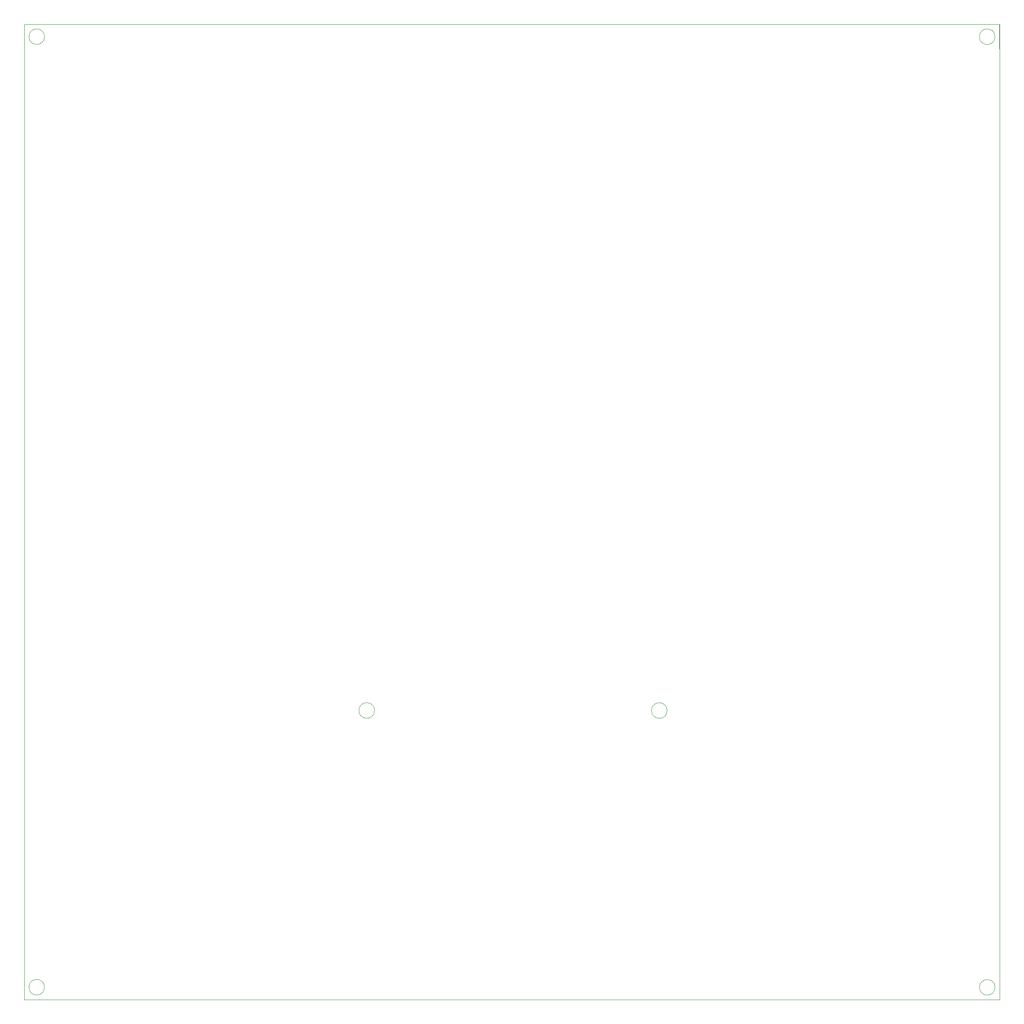
<source format=gm1>
G04 #@! TF.GenerationSoftware,KiCad,Pcbnew,8.0.4*
G04 #@! TF.CreationDate,2024-10-08T15:05:27-04:00*
G04 #@! TF.ProjectId,FULL BOARD,46554c4c-2042-44f4-9152-442e6b696361,rev?*
G04 #@! TF.SameCoordinates,Original*
G04 #@! TF.FileFunction,Profile,NP*
%FSLAX46Y46*%
G04 Gerber Fmt 4.6, Leading zero omitted, Abs format (unit mm)*
G04 Created by KiCad (PCBNEW 8.0.4) date 2024-10-08 15:05:27*
%MOMM*%
%LPD*%
G01*
G04 APERTURE LIST*
G04 #@! TA.AperFunction,Profile*
%ADD10C,0.050000*%
G04 #@! TD*
G04 APERTURE END LIST*
D10*
X72661600Y-46251400D02*
G75*
G02*
X69461600Y-46251400I-1600000J0D01*
G01*
X69461600Y-46251400D02*
G75*
G02*
X72661600Y-46251400I1600000J0D01*
G01*
X267631600Y-46261400D02*
G75*
G02*
X264431600Y-46261400I-1600000J0D01*
G01*
X264431600Y-46261400D02*
G75*
G02*
X267631600Y-46261400I1600000J0D01*
G01*
X263531600Y-43761400D02*
X268531600Y-43761400D01*
X268531600Y-43761400D02*
X268531600Y-48761400D01*
X72651600Y-241241400D02*
G75*
G02*
X69451600Y-241241400I-1600000J0D01*
G01*
X69451600Y-241241400D02*
G75*
G02*
X72651600Y-241241400I1600000J0D01*
G01*
X267651600Y-241271400D02*
G75*
G02*
X264451600Y-241271400I-1600000J0D01*
G01*
X264451600Y-241271400D02*
G75*
G02*
X267651600Y-241271400I1600000J0D01*
G01*
X140351600Y-184471400D02*
G75*
G02*
X137151600Y-184471400I-1600000J0D01*
G01*
X137151600Y-184471400D02*
G75*
G02*
X140351600Y-184471400I1600000J0D01*
G01*
X200371600Y-184481400D02*
G75*
G02*
X197171600Y-184481400I-1600000J0D01*
G01*
X197171600Y-184481400D02*
G75*
G02*
X200371600Y-184481400I1600000J0D01*
G01*
X68553016Y-43761294D02*
X268553124Y-43761294D01*
X268553124Y-243761402D01*
X68553016Y-243761402D01*
X68553016Y-43761294D01*
M02*

</source>
